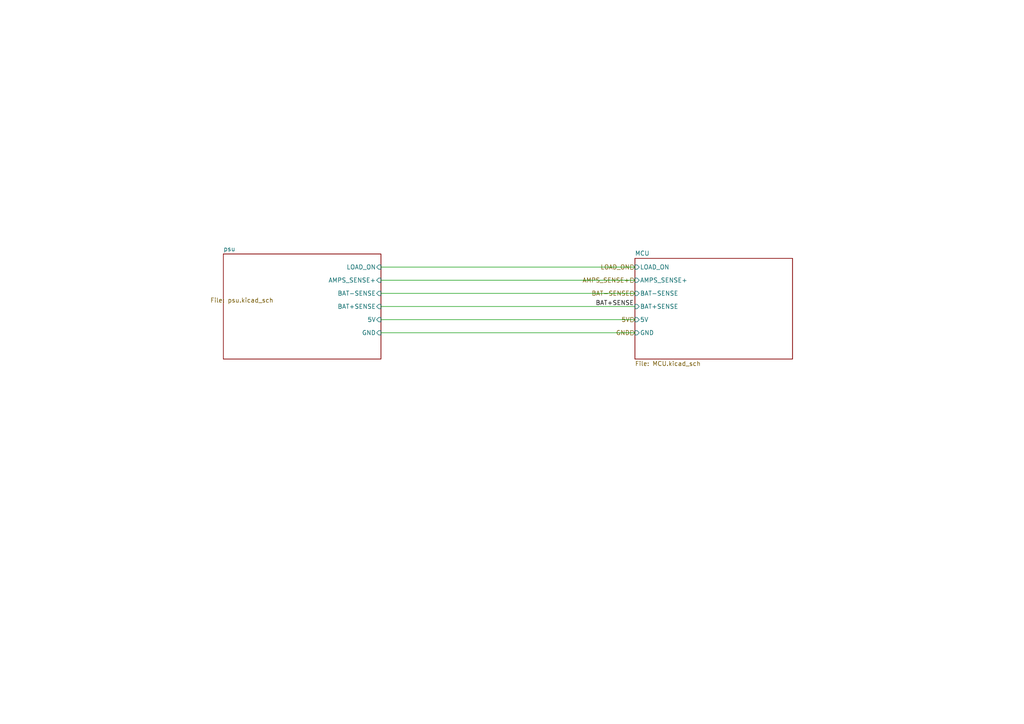
<source format=kicad_sch>
(kicad_sch (version 20211123) (generator eeschema)
  (paper "A4")
  (title_block (title "BatMon") (rev "1.0") (company "CWS"))
  (lib_symbols)
  (wire (pts (xy 110.49 77.47) (xy 184.15 77.47)))
  (wire (pts (xy 110.49 96.52) (xy 184.15 96.52)))
  (wire (pts (xy 110.49 85.09) (xy 184.15 85.09)))
  (wire (pts (xy 110.49 92.71) (xy 184.15 92.71)))
  (wire (pts (xy 110.49 88.9) (xy 184.15 88.9)))
  (wire (pts (xy 110.49 81.28) (xy 184.15 81.28)))
  (label "BAT+SENSE" (at 172.72 88.9 0))
  (hierarchical_label "LOAD_ON" (shape input) (at 184.15 77.47 180))
  (hierarchical_label "GND" (shape input) (at 184.15 96.52 180))
  (hierarchical_label "BAT-SENSE" (shape input) (at 184.15 85.09 180))
  (hierarchical_label "AMPS_SENSE+" (shape input) (at 184.15 81.28 180))
  (hierarchical_label "5V" (shape input) (at 184.15 92.71 180))
  (sheet (at 64.77 73.66) (size 45.72 30.48) (stroke (width 0.1524))
    (property "Sheet name" "psu" (at 64.77 72.9484 0) (effects (justify left bottom)))
    (property "Sheet file" "psu.kicad_sch" (at 60.96 86.36 0) (effects (justify left top)))
    (pin "BAT+SENSE" input (at 110.49 88.9 0))
    (pin "AMPS_SENSE+" input (at 110.49 81.28 0))
    (pin "BAT-SENSE" input (at 110.49 85.09 0))
    (pin "LOAD_ON" input (at 110.49 77.47 0))
    (pin "5V" input (at 110.49 92.71 0))
    (pin "GND" input (at 110.49 96.52 0))
  )
  (sheet (at 184.15 74.93) (size 45.72 29.21) (stroke (width 0.1524))
    (property "Sheet name" "MCU" (at 184.15 74.2184 0) (effects (justify left bottom)))
    (property "Sheet file" "MCU.kicad_sch" (at 184.15 104.7246 0) (effects (justify left top)))
    (pin "BAT+SENSE" input (at 184.15 88.9 180))
    (pin "GND" input (at 184.15 96.52 180))
    (pin "BAT-SENSE" input (at 184.15 85.09 180))
    (pin "AMPS_SENSE+" input (at 184.15 81.28 180))
    (pin "LOAD_ON" input (at 184.15 77.47 180))
    (pin "5V" input (at 184.15 92.71 180))
  )
)
</source>
